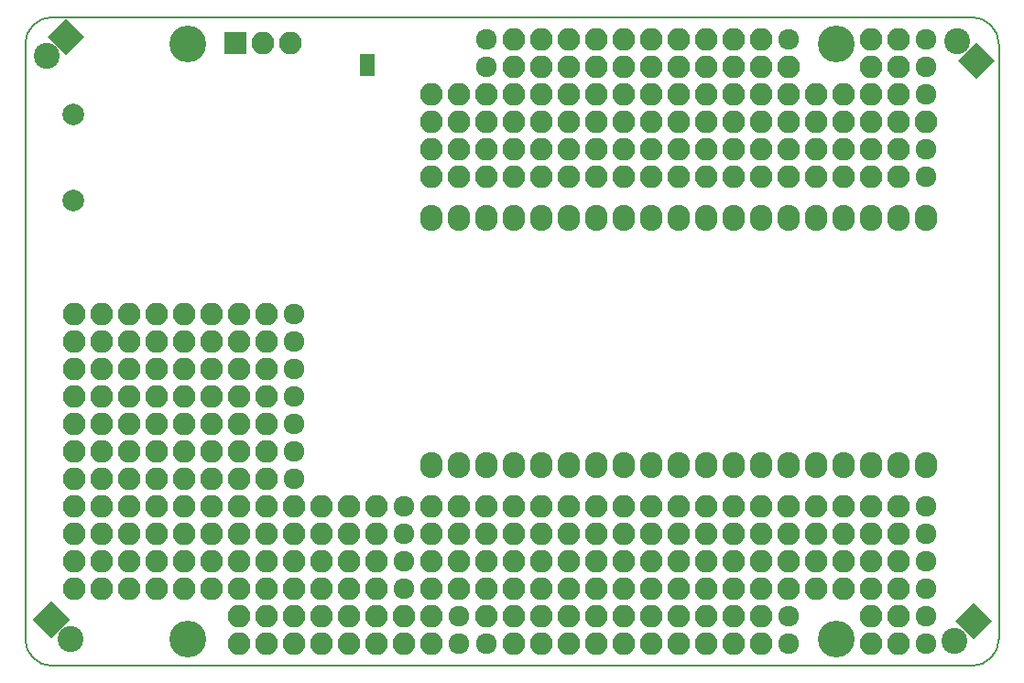
<source format=gbr>
G04 #@! TF.FileFunction,Soldermask,Bot*
%FSLAX46Y46*%
G04 Gerber Fmt 4.6, Leading zero omitted, Abs format (unit mm)*
G04 Created by KiCad (PCBNEW (2015-01-16 BZR 5376)-product) date 12-May-17 12:05:33 PM*
%MOMM*%
G01*
G04 APERTURE LIST*
%ADD10C,0.100000*%
%ADD11C,0.150000*%
%ADD12O,2.100000X2.400000*%
%ADD13C,1.924000*%
%ADD14O,2.100000X2.100000*%
%ADD15C,2.400000*%
%ADD16R,2.100000X2.100000*%
%ADD17C,2.000000*%
%ADD18C,3.400000*%
%ADD19R,1.400000X2.100000*%
G04 APERTURE END LIST*
D10*
D11*
X45000000Y-52500000D02*
X45000000Y-107500000D01*
X132500000Y-50000000D02*
X47500000Y-50000000D01*
X135000000Y-107500000D02*
X135000000Y-52500000D01*
X47500000Y-110000000D02*
X132500000Y-110000000D01*
X45000000Y-107500000D02*
G75*
G03X47500000Y-110000000I2500000J0D01*
G01*
X132500000Y-110000000D02*
G75*
G03X135000000Y-107500000I0J2500000D01*
G01*
X135000000Y-52500000D02*
G75*
G03X132500000Y-50000000I-2500000J0D01*
G01*
X47500000Y-50000000D02*
G75*
G03X45000000Y-52500000I0J-2500000D01*
G01*
D12*
X128270000Y-68580000D03*
X125730000Y-68580000D03*
X123190000Y-68580000D03*
X120650000Y-68580000D03*
X118110000Y-68580000D03*
X115570000Y-68580000D03*
X113030000Y-68580000D03*
X110490000Y-68580000D03*
X107950000Y-68580000D03*
X105410000Y-68580000D03*
X102870000Y-68580000D03*
X100330000Y-68580000D03*
X97790000Y-68580000D03*
X95250000Y-68580000D03*
X92710000Y-68580000D03*
X90170000Y-68580000D03*
X87630000Y-68580000D03*
X85090000Y-68580000D03*
X82550000Y-68580000D03*
X82550000Y-91440000D03*
X85090000Y-91440000D03*
X87630000Y-91440000D03*
X90170000Y-91440000D03*
X92710000Y-91440000D03*
X95250000Y-91440000D03*
X97790000Y-91440000D03*
X100330000Y-91440000D03*
X102870000Y-91440000D03*
X105410000Y-91440000D03*
X107950000Y-91440000D03*
X110490000Y-91440000D03*
X113030000Y-91440000D03*
X115570000Y-91440000D03*
X118110000Y-91440000D03*
X120650000Y-91440000D03*
X123190000Y-91440000D03*
X125730000Y-91440000D03*
X128270000Y-91440000D03*
D13*
X87630000Y-52070000D03*
D14*
X90170000Y-52070000D03*
X92710000Y-52070000D03*
D13*
X87630000Y-54610000D03*
D14*
X90170000Y-54610000D03*
X92710000Y-54610000D03*
D13*
X87630000Y-107950000D03*
D14*
X90170000Y-107950000D03*
X92710000Y-107950000D03*
X87630000Y-105410000D03*
X90170000Y-105410000D03*
X92710000Y-105410000D03*
D15*
X49174400Y-107492800D03*
D10*
G36*
X49075405Y-105696749D02*
X47378349Y-107393805D01*
X45681293Y-105696749D01*
X47378349Y-103999693D01*
X49075405Y-105696749D01*
X49075405Y-105696749D01*
G37*
D15*
X130860800Y-107645200D03*
D10*
G36*
X132656851Y-107546205D02*
X130959795Y-105849149D01*
X132656851Y-104152093D01*
X134353907Y-105849149D01*
X132656851Y-107546205D01*
X132656851Y-107546205D01*
G37*
D15*
X131114800Y-52222400D03*
D10*
G36*
X131213795Y-54018451D02*
X132910851Y-52321395D01*
X134607907Y-54018451D01*
X132910851Y-55715507D01*
X131213795Y-54018451D01*
X131213795Y-54018451D01*
G37*
D15*
X46990000Y-53594000D03*
D10*
G36*
X48786051Y-53495005D02*
X47088995Y-51797949D01*
X48786051Y-50100893D01*
X50483107Y-51797949D01*
X48786051Y-53495005D01*
X48786051Y-53495005D01*
G37*
D13*
X85090000Y-107950000D03*
D14*
X82550000Y-107950000D03*
X80010000Y-107950000D03*
X77470000Y-107950000D03*
X74930000Y-107950000D03*
X72390000Y-107950000D03*
X69850000Y-107950000D03*
X67310000Y-107950000D03*
X64770000Y-107950000D03*
D13*
X85090000Y-105410000D03*
D14*
X82550000Y-105410000D03*
X80010000Y-105410000D03*
X77470000Y-105410000D03*
X74930000Y-105410000D03*
X72390000Y-105410000D03*
X69850000Y-105410000D03*
X67310000Y-105410000D03*
X64770000Y-105410000D03*
D13*
X80010000Y-102870000D03*
D14*
X77470000Y-102870000D03*
X74930000Y-102870000D03*
X72390000Y-102870000D03*
X69850000Y-102870000D03*
X67310000Y-102870000D03*
X64770000Y-102870000D03*
X62230000Y-102870000D03*
X59690000Y-102870000D03*
X57150000Y-102870000D03*
X54610000Y-102870000D03*
X52070000Y-102870000D03*
X49530000Y-102870000D03*
D13*
X80010000Y-100330000D03*
D14*
X77470000Y-100330000D03*
X74930000Y-100330000D03*
X72390000Y-100330000D03*
X69850000Y-100330000D03*
X67310000Y-100330000D03*
X64770000Y-100330000D03*
X62230000Y-100330000D03*
X59690000Y-100330000D03*
X57150000Y-100330000D03*
X54610000Y-100330000D03*
X52070000Y-100330000D03*
X49530000Y-100330000D03*
D13*
X80010000Y-97790000D03*
D14*
X77470000Y-97790000D03*
X74930000Y-97790000D03*
X72390000Y-97790000D03*
X69850000Y-97790000D03*
X67310000Y-97790000D03*
X64770000Y-97790000D03*
X62230000Y-97790000D03*
X59690000Y-97790000D03*
X57150000Y-97790000D03*
X54610000Y-97790000D03*
X52070000Y-97790000D03*
X49530000Y-97790000D03*
D13*
X80010000Y-95250000D03*
D14*
X77470000Y-95250000D03*
X74930000Y-95250000D03*
X72390000Y-95250000D03*
X69850000Y-95250000D03*
X67310000Y-95250000D03*
X64770000Y-95250000D03*
X62230000Y-95250000D03*
X59690000Y-95250000D03*
X57150000Y-95250000D03*
X54610000Y-95250000D03*
X52070000Y-95250000D03*
X49530000Y-95250000D03*
D13*
X69850000Y-92710000D03*
D14*
X67310000Y-92710000D03*
X64770000Y-92710000D03*
X62230000Y-92710000D03*
X59690000Y-92710000D03*
X57150000Y-92710000D03*
X54610000Y-92710000D03*
X52070000Y-92710000D03*
X49530000Y-92710000D03*
D13*
X69850000Y-90170000D03*
D14*
X67310000Y-90170000D03*
X64770000Y-90170000D03*
X62230000Y-90170000D03*
X59690000Y-90170000D03*
X57150000Y-90170000D03*
X54610000Y-90170000D03*
X52070000Y-90170000D03*
X49530000Y-90170000D03*
D13*
X69850000Y-87630000D03*
D14*
X67310000Y-87630000D03*
X64770000Y-87630000D03*
X62230000Y-87630000D03*
X59690000Y-87630000D03*
X57150000Y-87630000D03*
X54610000Y-87630000D03*
X52070000Y-87630000D03*
X49530000Y-87630000D03*
D13*
X69850000Y-85090000D03*
D14*
X67310000Y-85090000D03*
X64770000Y-85090000D03*
X62230000Y-85090000D03*
X59690000Y-85090000D03*
X57150000Y-85090000D03*
X54610000Y-85090000D03*
X52070000Y-85090000D03*
X49530000Y-85090000D03*
D13*
X69850000Y-82550000D03*
D14*
X67310000Y-82550000D03*
X64770000Y-82550000D03*
X62230000Y-82550000D03*
X59690000Y-82550000D03*
X57150000Y-82550000D03*
X54610000Y-82550000D03*
X52070000Y-82550000D03*
X49530000Y-82550000D03*
D13*
X69850000Y-80010000D03*
D14*
X67310000Y-80010000D03*
X64770000Y-80010000D03*
X62230000Y-80010000D03*
X59690000Y-80010000D03*
X57150000Y-80010000D03*
X54610000Y-80010000D03*
X52070000Y-80010000D03*
X49530000Y-80010000D03*
D13*
X69850000Y-77470000D03*
D14*
X67310000Y-77470000D03*
X64770000Y-77470000D03*
X62230000Y-77470000D03*
X59690000Y-77470000D03*
X57150000Y-77470000D03*
X54610000Y-77470000D03*
X52070000Y-77470000D03*
X49530000Y-77470000D03*
D13*
X128270000Y-107950000D03*
D14*
X125730000Y-107950000D03*
X123190000Y-107950000D03*
D13*
X128270000Y-105410000D03*
D14*
X125730000Y-105410000D03*
X123190000Y-105410000D03*
D13*
X115570000Y-107950000D03*
D14*
X113030000Y-107950000D03*
X110490000Y-107950000D03*
X107950000Y-107950000D03*
X105410000Y-107950000D03*
X102870000Y-107950000D03*
X100330000Y-107950000D03*
X97790000Y-107950000D03*
X95250000Y-107950000D03*
D13*
X115570000Y-105410000D03*
D14*
X113030000Y-105410000D03*
X110490000Y-105410000D03*
X107950000Y-105410000D03*
X105410000Y-105410000D03*
X102870000Y-105410000D03*
X100330000Y-105410000D03*
X97790000Y-105410000D03*
X95250000Y-105410000D03*
D13*
X128270000Y-102870000D03*
D14*
X125730000Y-102870000D03*
X123190000Y-102870000D03*
X120650000Y-102870000D03*
X118110000Y-102870000D03*
X115570000Y-102870000D03*
X113030000Y-102870000D03*
X110490000Y-102870000D03*
X107950000Y-102870000D03*
X105410000Y-102870000D03*
X102870000Y-102870000D03*
X100330000Y-102870000D03*
X97790000Y-102870000D03*
X95250000Y-102870000D03*
X92710000Y-102870000D03*
X90170000Y-102870000D03*
X87630000Y-102870000D03*
X85090000Y-102870000D03*
X82550000Y-102870000D03*
D13*
X128270000Y-100330000D03*
D14*
X125730000Y-100330000D03*
X123190000Y-100330000D03*
X120650000Y-100330000D03*
X118110000Y-100330000D03*
X115570000Y-100330000D03*
X113030000Y-100330000D03*
X110490000Y-100330000D03*
X107950000Y-100330000D03*
X105410000Y-100330000D03*
X102870000Y-100330000D03*
X100330000Y-100330000D03*
X97790000Y-100330000D03*
X95250000Y-100330000D03*
X92710000Y-100330000D03*
X90170000Y-100330000D03*
X87630000Y-100330000D03*
X85090000Y-100330000D03*
X82550000Y-100330000D03*
D13*
X128270000Y-97790000D03*
D14*
X125730000Y-97790000D03*
X123190000Y-97790000D03*
X120650000Y-97790000D03*
X118110000Y-97790000D03*
X115570000Y-97790000D03*
X113030000Y-97790000D03*
X110490000Y-97790000D03*
X107950000Y-97790000D03*
X105410000Y-97790000D03*
X102870000Y-97790000D03*
X100330000Y-97790000D03*
X97790000Y-97790000D03*
X95250000Y-97790000D03*
X92710000Y-97790000D03*
X90170000Y-97790000D03*
X87630000Y-97790000D03*
X85090000Y-97790000D03*
X82550000Y-97790000D03*
D13*
X128270000Y-95250000D03*
D14*
X125730000Y-95250000D03*
X123190000Y-95250000D03*
X120650000Y-95250000D03*
X118110000Y-95250000D03*
X115570000Y-95250000D03*
X113030000Y-95250000D03*
X110490000Y-95250000D03*
X107950000Y-95250000D03*
X105410000Y-95250000D03*
X102870000Y-95250000D03*
X100330000Y-95250000D03*
X97790000Y-95250000D03*
X95250000Y-95250000D03*
X92710000Y-95250000D03*
X90170000Y-95250000D03*
X87630000Y-95250000D03*
X85090000Y-95250000D03*
X82550000Y-95250000D03*
D13*
X128270000Y-64770000D03*
D14*
X125730000Y-64770000D03*
X123190000Y-64770000D03*
X120650000Y-64770000D03*
X118110000Y-64770000D03*
X115570000Y-64770000D03*
X113030000Y-64770000D03*
X110490000Y-64770000D03*
X107950000Y-64770000D03*
X105410000Y-64770000D03*
X102870000Y-64770000D03*
X100330000Y-64770000D03*
X97790000Y-64770000D03*
X95250000Y-64770000D03*
X92710000Y-64770000D03*
X90170000Y-64770000D03*
X87630000Y-64770000D03*
X85090000Y-64770000D03*
X82550000Y-64770000D03*
D13*
X128270000Y-62230000D03*
D14*
X125730000Y-62230000D03*
X123190000Y-62230000D03*
X120650000Y-62230000D03*
X118110000Y-62230000D03*
X115570000Y-62230000D03*
X113030000Y-62230000D03*
X110490000Y-62230000D03*
X107950000Y-62230000D03*
X105410000Y-62230000D03*
X102870000Y-62230000D03*
X100330000Y-62230000D03*
X97790000Y-62230000D03*
X95250000Y-62230000D03*
X92710000Y-62230000D03*
X90170000Y-62230000D03*
X87630000Y-62230000D03*
X85090000Y-62230000D03*
X82550000Y-62230000D03*
X128270000Y-59690000D03*
X125730000Y-59690000D03*
X123190000Y-59690000D03*
X120650000Y-59690000D03*
X118110000Y-59690000D03*
X115570000Y-59690000D03*
X113030000Y-59690000D03*
X110490000Y-59690000D03*
X107950000Y-59690000D03*
X105410000Y-59690000D03*
X102870000Y-59690000D03*
X100330000Y-59690000D03*
X97790000Y-59690000D03*
X95250000Y-59690000D03*
X92710000Y-59690000D03*
X90170000Y-59690000D03*
X87630000Y-59690000D03*
X85090000Y-59690000D03*
X82550000Y-59690000D03*
D13*
X128270000Y-54610000D03*
D14*
X125730000Y-54610000D03*
X123190000Y-54610000D03*
D13*
X128270000Y-52070000D03*
D14*
X125730000Y-52070000D03*
X123190000Y-52070000D03*
D13*
X128270000Y-57150000D03*
D14*
X125730000Y-57150000D03*
X123190000Y-57150000D03*
X120650000Y-57150000D03*
X118110000Y-57150000D03*
X115570000Y-57150000D03*
X113030000Y-57150000D03*
X110490000Y-57150000D03*
X107950000Y-57150000D03*
X105410000Y-57150000D03*
X102870000Y-57150000D03*
X100330000Y-57150000D03*
X97790000Y-57150000D03*
X95250000Y-57150000D03*
X92710000Y-57150000D03*
X90170000Y-57150000D03*
X87630000Y-57150000D03*
X85090000Y-57150000D03*
X82550000Y-57150000D03*
D13*
X115570000Y-52070000D03*
D14*
X113030000Y-52070000D03*
X110490000Y-52070000D03*
X107950000Y-52070000D03*
X105410000Y-52070000D03*
X102870000Y-52070000D03*
X100330000Y-52070000D03*
X97790000Y-52070000D03*
X95250000Y-52070000D03*
X115570000Y-54610000D03*
X113030000Y-54610000D03*
X110490000Y-54610000D03*
X107950000Y-54610000D03*
X105410000Y-54610000D03*
X102870000Y-54610000D03*
X100330000Y-54610000D03*
X97790000Y-54610000D03*
X95250000Y-54610000D03*
D16*
X64414400Y-52425600D03*
D14*
X66954400Y-52425600D03*
X69494400Y-52425600D03*
D17*
X49436000Y-58976000D03*
X49436000Y-66976000D03*
D18*
X120000000Y-107500000D03*
X60000000Y-107500000D03*
X120000000Y-52500000D03*
X60000000Y-52500000D03*
D19*
X76606400Y-54457600D03*
M02*

</source>
